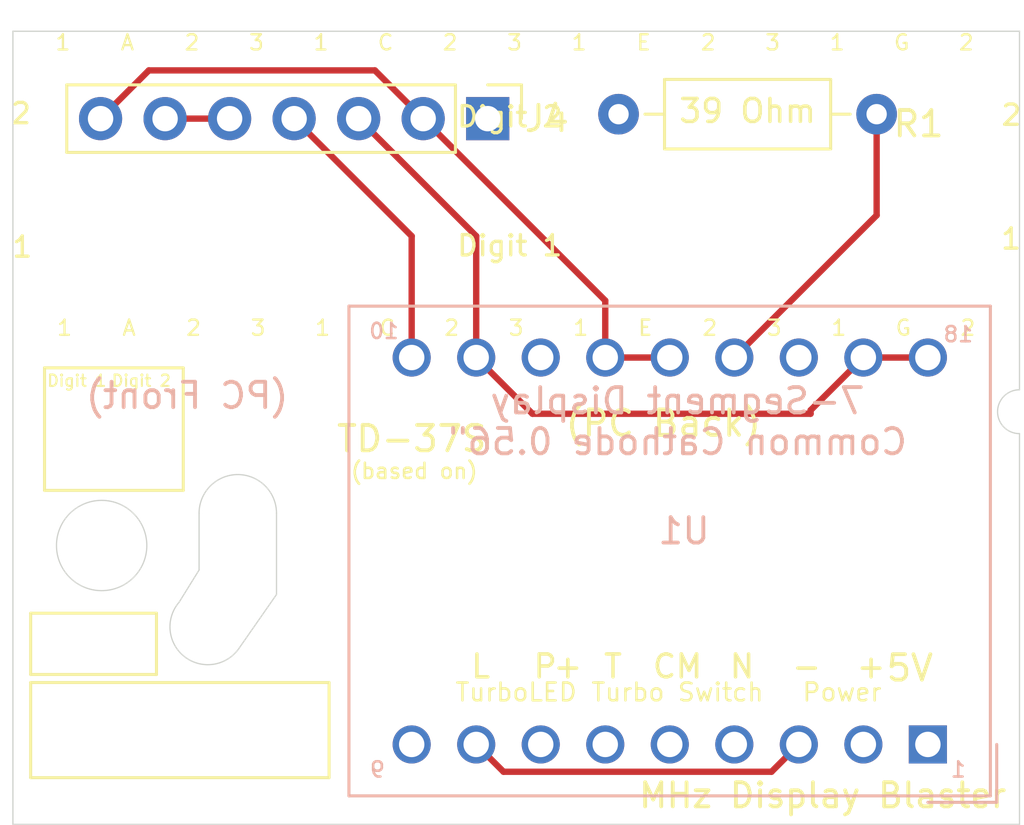
<source format=kicad_pcb>
(kicad_pcb (version 20241229) (generator "pcbnew") (generator_version "9.0")
  (layers (0 "F.Cu" signal) (2 "B.Cu" signal) (13 "F.Paste" user) (15 "B.Paste" user) (5 "F.SilkS" user "F.Silkscreen") (7 "B.SilkS" user "B.Silkscreen") (1 "F.Mask" user) (3 "B.Mask" user) (25 "Edge.Cuts" user))
  (net 0 "")
  (net 1 "1")
  (net 2 "Net-(J4-Pin_1)")
  (net 3 "2")
  (net 4 "3")
  (net 10 "DIG1_CC")
  (footprint "Connector_PinHeader_2.54mm:PinHeader_1x07_P2.54mm_Vertical" (layer "F.Cu") (at 120.29 48.4 -90)
    (property "Reference" "J4" (at 0 -2.33 180) (layer "F.SilkS"))
    (property "Value" "Conn_01x07")
    (fp_line (start -1.33 16.57) (end 1.33 16.57) (stroke (width 0.12)) (layer "F.SilkS"))
    (fp_line (start -1.33 1.27) (end -1.33 16.57) (stroke (width 0.12)) (layer "F.SilkS"))
    (fp_line (start -1.33 1.27) (end 1.33 1.27) (stroke (width 0.12)) (layer "F.SilkS"))
    (fp_line (start 1.33 1.27) (end 1.33 16.57) (stroke (width 0.12)) (layer "F.SilkS"))
    (fp_line (start -1.33 0) (end -1.33 -1.33) (stroke (width 0.12)) (layer "F.SilkS"))
    (fp_line (start -1.33 -1.33) (end 0 -1.33) (stroke (width 0.12)) (layer "F.SilkS"))
    (pad "1" thru_hole rect (at 0 0 270) (size 1.7 1.7) (drill 1) (layers "*.Cu" "*.Mask") (net 2 "Net-(J4-Pin_1)"))
    (pad "2" thru_hole oval (at 0 2.54 270) (size 1.7 1.7) (drill 1) (layers "*.Cu" "*.Mask") (net 10 "DIG1_CC"))
    (pad "3" thru_hole oval (at 0 5.08 270) (size 1.7 1.7) (drill 1) (layers "*.Cu" "*.Mask") (net 1 "1"))
    (pad "4" thru_hole oval (at 0 7.62 270) (size 1.7 1.7) (drill 1) (layers "*.Cu" "*.Mask") (net 4 "3"))
    (pad "5" thru_hole oval (at 0 10.16 270) (size 1.7 1.7) (drill 1) (layers "*.Cu" "*.Mask") (net 3 "2"))
    (pad "6" thru_hole oval (at 0 12.7 270) (size 1.7 1.7) (drill 1) (layers "*.Cu" "*.Mask") (net 3 "2"))
    (pad "7" thru_hole oval (at 0 15.24 270) (size 1.7 1.7) (drill 1) (layers "*.Cu" "*.Mask") (net 10 "DIG1_CC"))
  )
  (footprint "Resistor_THT:R_Axial_DIN0207_L6.3mm_D2.5mm_P10.16mm_Horizontal" (layer "F.Cu") (at 135.6 48.225 180)
    (property "Reference" "R1" (at -1.651 -0.381 0) (layer "F.SilkS"))
    (property "Value" "39 Ohm" (at 5.08 0.127 0) (layer "F.SilkS") (effects (font (size 0.9 0.9) (thickness 0.14))))
    (fp_line (start 9.12 0) (end 8.35 0) (stroke (width 0.12)) (layer "F.SilkS"))
    (fp_line (start 8.35 1.37) (end 8.35 -1.37) (stroke (width 0.12)) (layer "F.SilkS"))
    (fp_line (start 8.35 -1.37) (end 1.81 -1.37) (stroke (width 0.12)) (layer "F.SilkS"))
    (fp_line (start 1.81 1.37) (end 8.35 1.37) (stroke (width 0.12)) (layer "F.SilkS"))
    (fp_line (start 1.81 -1.37) (end 1.81 1.37) (stroke (width 0.12)) (layer "F.SilkS"))
    (fp_line (start 1.04 0) (end 1.81 0) (stroke (width 0.12)) (layer "F.SilkS"))
    (pad "1" thru_hole circle (at 0 0 180) (size 1.6 1.6) (drill 0.8) (layers "*.Cu" "*.Mask") (net 4 "3"))
    (pad "2" thru_hole oval (at 10.16 0 180) (size 1.6 1.6) (drill 0.8) (layers "*.Cu" "*.Mask") (net 2 "Net-(J4-Pin_1)"))
  )
  (footprint "Display_7Segment:DA56-11CGKWA" (layer "B.Cu") (at 137.6172 73.0504 90)
    (property "Reference" "U1" (at 8.4074 -9.6012 0) (layer "B.SilkS") (effects (justify mirror)))
    (property "Value" "DC56-11GWA")
    (fp_line (start 17.265 -22.79) (end -2.025 -22.79) (stroke (width 0.12)) (layer "B.SilkS"))
    (fp_line (start -2.025 -22.79) (end -2.025 2.46) (stroke (width 0.12)) (layer "B.SilkS"))
    (fp_line (start 17.265 2.46) (end 17.265 -22.79) (stroke (width 0.12)) (layer "B.SilkS"))
    (fp_line (start -2.025 2.46) (end 17.265 2.46) (stroke (width 0.12)) (layer "B.SilkS"))
    (fp_line (start -2.28 2.71) (end -2.28 0) (stroke (width 0.12)) (layer "B.SilkS"))
    (fp_line (start -2.28 2.71) (end 0 2.71) (stroke (width 0.12)) (layer "B.SilkS"))
    (pad "1" thru_hole rect (at 0 0 90) (size 1.5 1.5) (drill 1) (layers "*.Cu" "*.Mask"))
    (pad "2" thru_hole circle (at 0 -2.54 90) (size 1.5 1.5) (drill 1) (layers "*.Cu" "*.Mask"))
    (pad "3" thru_hole circle (at 0 -5.08 90) (size 1.5 1.5) (drill 1) (layers "*.Cu" "*.Mask") (net 4 "3"))
    (pad "4" thru_hole circle (at 0 -7.62 90) (size 1.5 1.5) (drill 1) (layers "*.Cu" "*.Mask") (net 4 "3"))
    (pad "5" thru_hole circle (at 0 -10.16 90) (size 1.5 1.5) (drill 1) (layers "*.Cu" "*.Mask"))
    (pad "6" thru_hole circle (at 0 -12.7 90) (size 1.5 1.5) (drill 1) (layers "*.Cu" "*.Mask"))
    (pad "7" thru_hole circle (at 0 -15.24 90) (size 1.5 1.5) (drill 1) (layers "*.Cu" "*.Mask") (net 3 "2"))
    (pad "8" thru_hole circle (at 0 -17.78 90) (size 1.5 1.5) (drill 1) (layers "*.Cu" "*.Mask") (net 4 "3"))
    (pad "9" thru_hole circle (at 0 -20.32 90) (size 1.5 1.5) (drill 1) (layers "*.Cu" "*.Mask"))
    (pad "10" thru_hole circle (at 15.24 -20.32 90) (size 1.5 1.5) (drill 1) (layers "*.Cu" "*.Mask") (net 4 "3"))
    (pad "11" thru_hole circle (at 15.24 -17.78 90) (size 1.5 1.5) (drill 1) (layers "*.Cu" "*.Mask") (net 1 "1"))
    (pad "12" thru_hole circle (at 15.24 -15.24 90) (size 1.5 1.5) (drill 1) (layers "*.Cu" "*.Mask") (net 3 "2"))
    (pad "13" thru_hole circle (at 15.24 -12.7 90) (size 1.5 1.5) (drill 1) (layers "*.Cu" "*.Mask") (net 10 "DIG1_CC"))
    (pad "14" thru_hole circle (at 15.24 -10.16 90) (size 1.5 1.5) (drill 1) (layers "*.Cu" "*.Mask") (net 10 "DIG1_CC"))
    (pad "15" thru_hole circle (at 15.24 -7.62 90) (size 1.5 1.5) (drill 1) (layers "*.Cu" "*.Mask") (net 4 "3"))
    (pad "16" thru_hole circle (at 15.24 -5.08 90) (size 1.5 1.5) (drill 1) (layers "*.Cu" "*.Mask") (net 3 "2"))
    (pad "17" thru_hole circle (at 15.24 -2.54 90) (size 1.5 1.5) (drill 1) (layers "*.Cu" "*.Mask") (net 1 "1"))
    (pad "18" thru_hole circle (at 15.24 0 90) (size 1.5 1.5) (drill 1) (layers "*.Cu" "*.Mask") (net 1 "1"))
  )
  (gr_line (start 107.2515 67.8815) (end 102.2985 67.8815) (stroke (width 0.12)) (layer "F.SilkS"))
  (gr_line (start 102.2985 70.612) (end 102.2985 74.3585) (stroke (width 0.12)) (layer "F.SilkS"))
  (gr_line (start 114.046 70.612) (end 102.2985 70.612) (stroke (width 0.12)) (layer "F.SilkS"))
  (gr_line (start 102.2985 74.3585) (end 114.046 74.3585) (stroke (width 0.12)) (layer "F.SilkS"))
  (gr_line (start 108.3056 63.0428) (end 102.8446 63.0428) (stroke (width 0.12)) (layer "F.SilkS"))
  (gr_line (start 102.8446 58.2168) (end 108.3056 58.2168) (stroke (width 0.12)) (layer "F.SilkS"))
  (gr_line (start 102.2985 70.2945) (end 107.2515 70.2945) (stroke (width 0.12)) (layer "F.SilkS"))
  (gr_line (start 102.2985 67.8815) (end 102.2985 70.2945) (stroke (width 0.12)) (layer "F.SilkS"))
  (gr_line (start 107.2515 70.2945) (end 107.2515 67.8815) (stroke (width 0.12)) (layer "F.SilkS"))
  (gr_line (start 102.8446 63.0428) (end 102.8446 58.2168) (stroke (width 0.12)) (layer "F.SilkS"))
  (gr_line (start 114.046 74.3585) (end 114.046 70.612) (stroke (width 0.12)) (layer "F.SilkS"))
  (gr_line (start 108.3056 58.2168) (end 108.3056 63.0428) (stroke (width 0.12)) (layer "F.SilkS"))
  (gr_line (start 101.6 44.958) (end 101.6 76.2) (stroke (width 0.05)) (layer "Edge.Cuts"))
  (gr_line (start 141.224 60.8076) (end 141.224 76.2) (stroke (width 0.05)) (layer "Edge.Cuts"))
  (gr_line (start 108.9279 66.1797) (end 108.145198 67.444035) (stroke (width 0.05)) (layer "Edge.Cuts"))
  (gr_line (start 111.9759 67.1449) (end 110.49 69.2785) (stroke (width 0.05)) (layer "Edge.Cuts"))
  (gr_arc (start 110.49 69.2785) (mid 108.355401 69.591143) (end 108.145198 67.444035) (stroke (width 0.05)) (layer "Edge.Cuts"))
  (gr_line (start 101.6 76.2) (end 141.224 76.2) (stroke (width 0.05)) (layer "Edge.Cuts"))
  (gr_arc (start 108.9279 63.9445) (mid 110.4519 62.4205) (end 111.9759 63.9445) (stroke (width 0.05)) (layer "Edge.Cuts"))
  (gr_circle (center 105.092691 65.214309) (end 106.870691 65.240434) (stroke (width 0.05)) (fill no) (layer "Edge.Cuts"))
  (gr_arc (start 141.224 60.8076) (mid 140.3604 59.944) (end 141.224 59.0804) (stroke (width 0.05)) (layer "Edge.Cuts"))
  (gr_line (start 141.224 59.0804) (end 141.224 44.958) (stroke (width 0.05)) (layer "Edge.Cuts"))
  (gr_line (start 111.9759 63.9445) (end 111.9759 67.1449) (stroke (width 0.05)) (layer "Edge.Cuts"))
  (gr_line (start 108.9279 66.1797) (end 108.9279 63.9445) (stroke (width 0.05)) (layer "Edge.Cuts"))
  (gr_line (start 141.224 44.958) (end 101.6 44.958) (stroke (width 0.05)) (layer "Edge.Cuts"))
  (gr_text "2" (at 108.712 56.642 0) (layer "F.SilkS") (effects (font (size 0.6 0.6) (thickness 0.09))))
  (gr_text "3" (at 111.252 56.642 0) (layer "F.SilkS") (effects (font (size 0.6 0.6) (thickness 0.09))))
  (gr_text "1" (at 113.792 56.642 0) (layer "F.SilkS") (effects (font (size 0.6 0.6) (thickness 0.09))))
  (gr_text "1" (at 103.632 56.642 0) (layer "F.SilkS") (effects (font (size 0.6 0.6) (thickness 0.09))))
  (gr_text "-" (at 132.842 69.977 0) (layer "F.SilkS") (effects (font (size 0.9 0.9) (thickness 0.14))))
  (gr_text "N" (at 130.302 69.977 0) (layer "F.SilkS") (effects (font (size 0.9 0.9) (thickness 0.14))))
  (gr_text "L" (at 120.015 69.977 0) (layer "F.SilkS") (effects (font (size 0.9 0.9) (thickness 0.14))))
  (gr_text "TurboLED" (at 121.412 70.993 0) (layer "F.SilkS") (effects (font (size 0.7 0.7) (thickness 0.1))))
  (gr_text "+" (at 123.444 69.977 0) (layer "F.SilkS") (effects (font (size 0.9 0.9) (thickness 0.14))))
  (gr_text "Power" (at 134.239 70.993 0) (layer "F.SilkS") (effects (font (size 0.7 0.7) (thickness 0.1))))
  (gr_text "(PC Back)" (at 127.2032 60.4012 0) (layer "F.SilkS") (effects (font (size 1 1))))
  (gr_text "Digit 1" (at 104.1146 58.7248 0) (layer "F.SilkS") (effects (font (size 0.45 0.45) (thickness 0.08))))
  (gr_text "Digit 2" (at 106.6546 58.7248 0) (layer "F.SilkS") (effects (font (size 0.45 0.45) (thickness 0.08))))
  (gr_text "2" (at 140.9065 48.26 0) (layer "F.SilkS") (effects (font (size 0.8 0.8) (thickness 0.13))))
  (gr_text "1" (at 140.8938 53.1368 0) (layer "F.SilkS") (effects (font (size 0.8 0.8) (thickness 0.13))))
  (gr_text "3" (at 121.3485 45.4025 0) (layer "F.SilkS") (effects (font (size 0.6 0.6) (thickness 0.09))))
  (gr_text "2" (at 108.6485 45.4025 0) (layer "F.SilkS") (effects (font (size 0.6 0.6) (thickness 0.09))))
  (gr_text "2" (at 118.8085 45.4025 0) (layer "F.SilkS") (effects (font (size 0.6 0.6) (thickness 0.09))))
  (gr_text "1" (at 113.7285 45.4025 0) (layer "F.SilkS") (effects (font (size 0.6 0.6) (thickness 0.09))))
  (gr_text "C" (at 116.2685 45.4025 0) (layer "F.SilkS") (effects (font (size 0.6 0.6) (thickness 0.09))))
  (gr_text "1" (at 103.5685 45.4025 0) (layer "F.SilkS") (effects (font (size 0.6 0.6) (thickness 0.09))))
  (gr_text "2" (at 128.9685 45.4025 0) (layer "F.SilkS") (effects (font (size 0.6 0.6) (thickness 0.09))))
  (gr_text "3" (at 131.5085 45.4025 0) (layer "F.SilkS") (effects (font (size 0.6 0.6) (thickness 0.09))))
  (gr_text "G" (at 136.5885 45.4025 0) (layer "F.SilkS") (effects (font (size 0.6 0.6) (thickness 0.09))))
  (gr_text "2" (at 139.1285 45.4025 0) (layer "F.SilkS") (effects (font (size 0.6 0.6) (thickness 0.09))))
  (gr_text "A" (at 106.1085 45.4025 0) (layer "F.SilkS") (effects (font (size 0.6 0.6) (thickness 0.09))))
  (gr_text "1" (at 134.0485 45.4025 0) (layer "F.SilkS") (effects (font (size 0.6 0.6) (thickness 0.09))))
  (gr_text "1" (at 123.8885 45.4025 0) (layer "F.SilkS") (effects (font (size 0.6 0.6) (thickness 0.09))))
  (gr_text "E" (at 126.4285 45.4025 0) (layer "F.SilkS") (effects (font (size 0.6 0.6) (thickness 0.09))))
  (gr_text "3" (at 111.1885 45.4025 0) (layer "F.SilkS") (effects (font (size 0.6 0.6) (thickness 0.09))))
  (gr_text "Digit 2" (at 121.158 48.3235 0) (layer "F.SilkS") (effects (font (size 0.8 0.8) (thickness 0.13))))
  (gr_text "Digit 1" (at 121.158 53.4035 0) (layer "F.SilkS") (effects (font (size 0.8 0.8) (thickness 0.13))))
  (gr_text "(based on)" (at 117.3988 62.2808 0) (layer "F.SilkS") (effects (font (size 0.6 0.6) (thickness 0.1))))
  (gr_text "2" (at 101.9175 48.1965 0) (layer "F.SilkS") (effects (font (size 0.8 0.8) (thickness 0.13))))
  (gr_text "E" (at 126.492 56.642 0) (layer "F.SilkS") (effects (font (size 0.6 0.6) (thickness 0.09))))
  (gr_text "MHz Display Blaster" (at 133.477 75.057 0) (layer "F.SilkS") (effects (font (size 0.95 0.95))))
  (gr_text "T" (at 125.222 69.977 0) (layer "F.SilkS") (effects (font (size 0.9 0.9) (thickness 0.14))))
  (gr_text "2" (at 118.872 56.642 0) (layer "F.SilkS") (effects (font (size 0.6 0.6) (thickness 0.09))))
  (gr_text "Turbo Switch" (at 127.762 70.993 0) (layer "F.SilkS") (effects (font (size 0.7 0.7) (thickness 0.1))))
  (gr_text "CM" (at 127.762 69.977 0) (layer "F.SilkS") (effects (font (size 0.9 0.9) (thickness 0.14))))
  (gr_text "+" (at 135.382 69.977 0) (layer "F.SilkS") (effects (font (size 0.9 0.9) (thickness 0.14))))
  (gr_text "C" (at 116.332 56.642 0) (layer "F.SilkS") (effects (font (size 0.6 0.6) (thickness 0.09))))
  (gr_text "1" (at 123.952 56.642 0) (layer "F.SilkS") (effects (font (size 0.6 0.6) (thickness 0.09))))
  (gr_text "1" (at 101.9683 53.4543 0) (layer "F.SilkS") (effects (font (size 0.8 0.8) (thickness 0.13))))
  (gr_text "2" (at 139.192 56.642 0) (layer "F.SilkS") (effects (font (size 0.6 0.6) (thickness 0.09))))
  (gr_text "3" (at 131.572 56.642 0) (layer "F.SilkS") (effects (font (size 0.6 0.6) (thickness 0.09))))
  (gr_text "3" (at 121.412 56.642 0) (layer "F.SilkS") (effects (font (size 0.6 0.6) (thickness 0.09))))
  (gr_text "P" (at 122.555 69.977 0) (layer "F.SilkS") (effects (font (size 0.9 0.9) (thickness 0.14))))
  (gr_text "1" (at 134.112 56.642 0) (layer "F.SilkS") (effects (font (size 0.6 0.6) (thickness 0.09))))
  (gr_text "G" (at 136.652 56.642 0) (layer "F.SilkS") (effects (font (size 0.6 0.6) (thickness 0.09))))
  (gr_text "TD-37S" (at 117.2972 61.0108 0) (layer "F.SilkS") (effects (font (size 1 1))))
  (gr_text "2" (at 129.032 56.642 0) (layer "F.SilkS") (effects (font (size 0.6 0.6) (thickness 0.09))))
  (gr_text "5V" (at 136.906 70.0405 0) (layer "F.SilkS") (effects (font (size 1 1))))
  (gr_text "A" (at 106.172 56.642 0) (layer "F.SilkS") (effects (font (size 0.6 0.6) (thickness 0.09))))
  (gr_text "9" (at 115.951 74.041 0) (layer "B.SilkS") (effects (font (size 0.6 0.6) (thickness 0.1)) (justify mirror)))
  (gr_text "18" (at 138.811 56.896 0) (layer "B.SilkS") (effects (font (size 0.6 0.6) (thickness 0.1)) (justify mirror)))
  (gr_text "(PC Front)" (at 108.458 59.309 0) (layer "B.SilkS") (effects (font (size 1 1)) (justify mirror)))
  (gr_text "10" (at 116.205 56.769 0) (layer "B.SilkS") (effects (font (size 0.6 0.6) (thickness 0.1)) (justify mirror)))
  (gr_text "1" (at 138.811 74.041 0) (layer "B.SilkS") (effects (font (size 0.6 0.6) (thickness 0.1)) (justify mirror)))
  (gr_text "7-Segment Display\nCommon Cathode 0.56\"" (at 127.762 60.325 0) (layer "B.SilkS") (effects (font (size 1 1)) (justify mirror)))
  (segment (start 133 59.8876) (end 135.0772 57.8104) (width 0.25) (layer "F.Cu") (net 1))
  (segment (start 115.21 48.4) (end 119.8372 53.0272) (width 0.25) (layer "F.Cu") (net 1))
  (segment (start 119.8372 57.8104) (end 122.0518 60.025) (width 0.25) (layer "F.Cu") (net 1))
  (segment (start 133 60.025) (end 133 59.8876) (width 0.25) (layer "F.Cu") (net 1))
  (segment (start 135.0772 57.8104) (end 137.6172 57.8104) (width 0.25) (layer "F.Cu") (net 1))
  (segment (start 122.0518 60.025) (end 133 60.025) (width 0.25) (layer "F.Cu") (net 1))
  (segment (start 119.8372 53.0272) (end 119.8372 57.8104) (width 0.25) (layer "F.Cu") (net 1))
  (segment (start 107.59 48.4) (end 110.13 48.4) (width 0.25) (layer "F.Cu") (net 3))
  (segment (start 132.5372 73.0504) (end 131.4612 74.1264) (width 0.25) (layer "F.Cu") (net 4))
  (segment (start 117.2972 53.0272) (end 117.2972 57.8104) (width 0.25) (layer "F.Cu") (net 4))
  (segment (start 135.6 52.2076) (end 129.9972 57.8104) (width 0.25) (layer "F.Cu") (net 4))
  (segment (start 131.4612 74.1264) (end 120.9132 74.1264) (width 0.25) (layer "F.Cu") (net 4))
  (segment (start 120.9132 74.1264) (end 119.8372 73.0504) (width 0.25) (layer "F.Cu") (net 4))
  (segment (start 112.67 48.4) (end 117.2972 53.0272) (width 0.25) (layer "F.Cu") (net 4))
  (segment (start 135.6 48.225) (end 135.6 52.2076) (width 0.25) (layer "F.Cu") (net 4))
  (segment (start 117.75 48.4) (end 124.9172 55.5672) (width 0.25) (layer "F.Cu") (net 10))
  (segment (start 106.95 46.5) (end 115.85 46.5) (width 0.25) (layer "F.Cu") (net 10))
  (segment (start 124.9172 57.8104) (end 127.4572 57.8104) (width 0.25) (layer "F.Cu") (net 10))
  (segment (start 124.9172 55.5672) (end 124.9172 57.8104) (width 0.25) (layer "F.Cu") (net 10))
  (segment (start 105.05 48.4) (end 106.95 46.5) (width 0.25) (layer "F.Cu") (net 10))
  (segment (start 115.85 46.5) (end 117.75 48.4) (width 0.25) (layer "F.Cu") (net 10))
)
</source>
